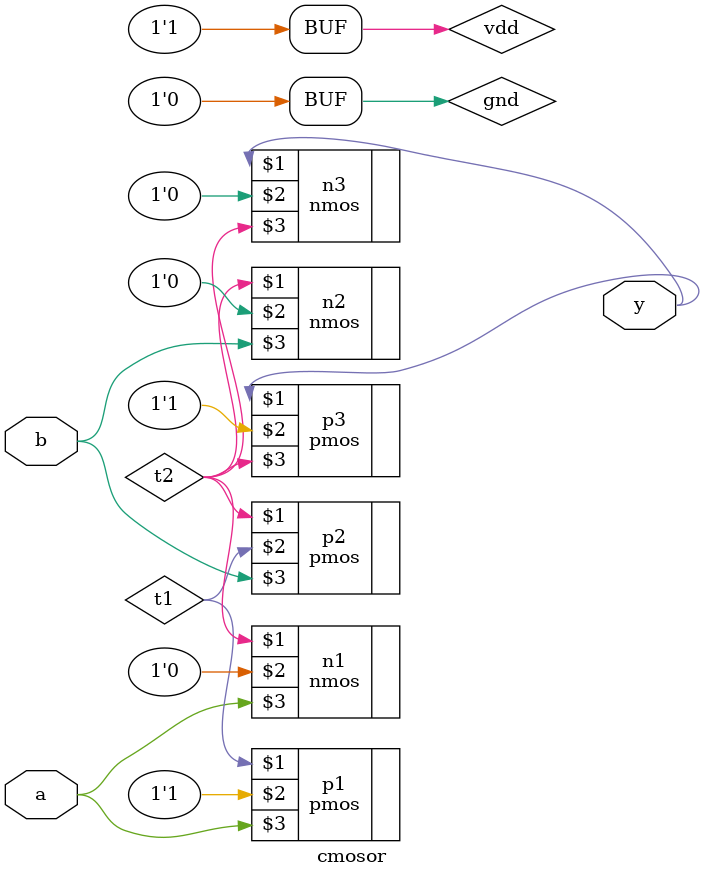
<source format=v>
module cmosor(input a,b,output y);
supply1 vdd;
supply0 gnd;
wire t1,t2;
pmos p1(t1,vdd,a);
pmos p2(t2,t1,b);
nmos n1(t2,gnd,a);
nmos n2(t2,gnd,b);
pmos p3(y,vdd,t2);
nmos n3(y,gnd,t2);
endmodule
</source>
